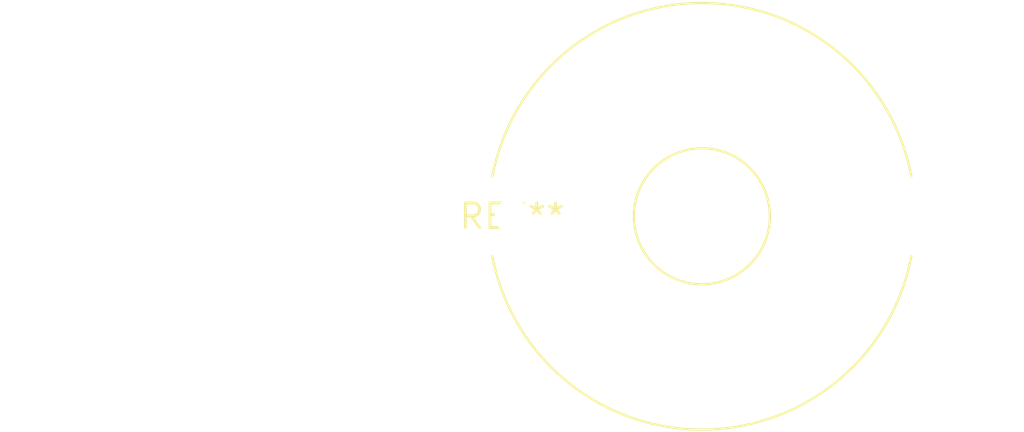
<source format=kicad_pcb>
(kicad_pcb (version 20240108) (generator pcbnew)
  (layers (0 "F.Cu" signal) (31 "B.Cu" signal) (34 "B.Paste" user) (35 "F.Paste" user) (36 "B.SilkS" user "B.Silkscreen") (37 "F.SilkS" user "F.Silkscreen") (38 "B.Mask" user) (39 "F.Mask" user) (44 "Edge.Cuts" user))
  (net 0 "")
  (footprint "L_Toroid_Horizontal_D21.8mm_P19.60mm_Bourns_2100" (layer "F.Cu") (at 0 0)
    (property "Reference" "REF**")
    (property "Value" "L_Toroid_Horizontal_D21.8mm_P19.60mm_Bourns_2100")
    (fp_arc (start -1.025747 -2.06) (mid 9.8 -11.02) (end 20.625747 -2.06) (layer "F.SilkS") (stroke (width 0.12)))
    (fp_arc (start 20.625747 2.06) (mid 9.8 11.02) (end -1.025747 2.06) (layer "F.SilkS") (stroke (width 0.12)))
    (fp_circle (center 9.8 0) (end 13.313333 0) (layer "F.SilkS") (stroke (width 0.12)) (fill none))
    (pad "1" thru_hole circle (at 0 0) (size 3.6 3.6) (drill 1.8) (layers *.Cu *.Mask) (remove_unused_layers))
    (pad "2" thru_hole circle (at 19.6 0) (size 3.6 3.6) (drill 1.8) (layers *.Cu *.Mask) (remove_unused_layers))
  )
)
</source>
